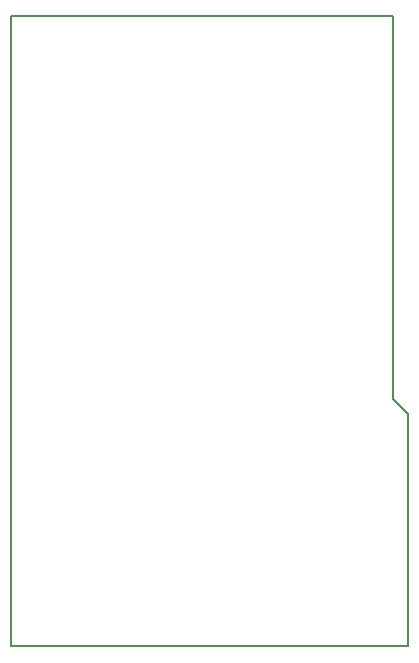
<source format=gm1>
G04 #@! TF.FileFunction,Profile,NP*
%FSLAX46Y46*%
G04 Gerber Fmt 4.6, Leading zero omitted, Abs format (unit mm)*
G04 Created by KiCad (PCBNEW 4.0.7) date 09/11/18 19:27:17*
%MOMM*%
%LPD*%
G01*
G04 APERTURE LIST*
%ADD10C,0.100000*%
%ADD11C,0.150000*%
G04 APERTURE END LIST*
D10*
D11*
X146685000Y-102235000D02*
X146685000Y-102870000D01*
X114300000Y-102235000D02*
X146685000Y-102235000D01*
X114300000Y-102870000D02*
X114300000Y-102235000D01*
X147955000Y-155575000D02*
X147955000Y-154940000D01*
X114300000Y-155575000D02*
X147955000Y-155575000D01*
X114300000Y-154940000D02*
X114300000Y-155575000D01*
X114300000Y-102870000D02*
X114300000Y-154940000D01*
X146685000Y-134620000D02*
X146685000Y-102870000D01*
X147955000Y-135890000D02*
X146685000Y-134620000D01*
X147955000Y-154940000D02*
X147955000Y-135890000D01*
M02*

</source>
